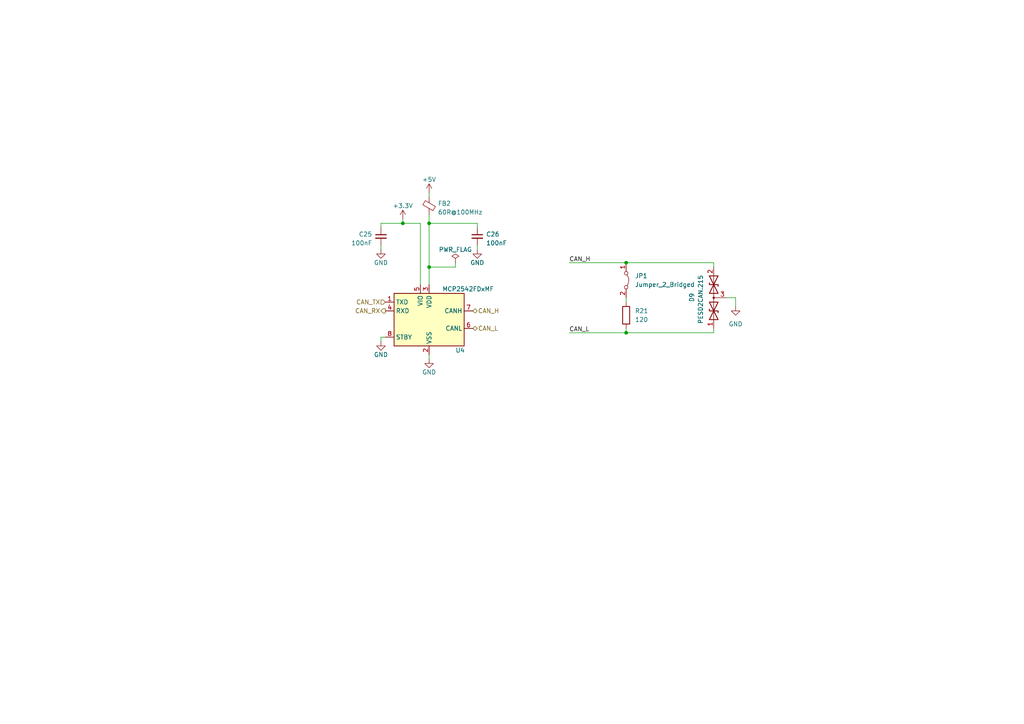
<source format=kicad_sch>
(kicad_sch (version 20231120) (generator "eeschema") (generator_version "8.0")
  (paper "A4")
  (lib_symbols
    (symbol "BMS_LV_2022-rescue:D_TVS_x2_AAC-Device" (pin_names (offset 1.016) hide)
      (property "Reference" "D" (at 0 4.445 0))
      (property "Value" "Device_D_TVS_x2_AAC" (at 0 2.54 0))
      (symbol "D_TVS_x2_AAC-Device_0_0"
        (polyline (pts (xy 0 -1.27) (xy 0 0)))
      )
      (symbol "D_TVS_x2_AAC-Device_0_1"
        (polyline (pts (xy -6.35 0) (xy 6.35 0)))
        (polyline (pts (xy -3.302 1.27) (xy -3.81 1.27) (xy -3.81 -1.27) (xy -4.318 -1.27)) (stroke (width 0.254)))
        (polyline (pts (xy 4.318 1.27) (xy 3.81 1.27) (xy 3.81 -1.27) (xy 3.302 -1.27)) (stroke (width 0.254)))
        (polyline (pts (xy -6.35 1.27) (xy -1.27 -1.27) (xy -1.27 1.27) (xy -6.35 -1.27) (xy -6.35 1.27)) (stroke (width 0.254)))
        (polyline (pts (xy 6.35 1.27) (xy 1.27 -1.27) (xy 1.27 1.27) (xy 6.35 -1.27) (xy 6.35 1.27)) (stroke (width 0.254)))
        (circle (center 0 0) (radius 0.254) (fill (type outline)))
      )
      (symbol "D_TVS_x2_AAC-Device_1_1"
        (pin passive line (at -8.89 0 0) (length 2.54) (name "A1") (number "1"))
        (pin passive line (at 8.89 0 180) (length 2.54) (name "A2") (number "2"))
        (pin input line (at 0 -3.81 90) (length 2.54) (name "common") (number "3"))
      )
    )
    (symbol "Device:C_Small" (pin_numbers hide) (pin_names (offset 0.254) hide)
      (property "Reference" "C" (at 0.254 1.778 0))
      (property "Value" "C_Small" (at 0.254 -2.032 0))
      (symbol "C_Small_0_1"
        (polyline (pts (xy -1.524 -0.508) (xy 1.524 -0.508)) (stroke (width 0.3302)))
        (polyline (pts (xy -1.524 0.508) (xy 1.524 0.508)) (stroke (width 0.3048)))
      )
      (symbol "C_Small_1_1"
        (pin passive line (at 0 2.54 270) (length 2.032) (name "~") (number "1"))
        (pin passive line (at 0 -2.54 90) (length 2.032) (name "~") (number "2"))
      )
    )
    (symbol "Device:FerriteBead_Small" (pin_numbers hide) (pin_names (offset 0))
      (property "Reference" "FB" (at 1.905 1.27 0))
      (property "Value" "FerriteBead_Small" (at 1.905 -1.27 0))
      (symbol "FerriteBead_Small_0_1"
        (polyline (pts (xy 0 -1.27) (xy 0 -0.7874)))
        (polyline (pts (xy 0 0.889) (xy 0 1.2954)))
        (polyline (pts (xy -1.8288 0.2794) (xy -1.1176 1.4986) (xy 1.8288 -0.2032) (xy 1.1176 -1.4224) (xy -1.8288 0.2794)))
      )
      (symbol "FerriteBead_Small_1_1"
        (pin passive line (at 0 2.54 270) (length 1.27) (name "~") (number "1"))
        (pin passive line (at 0 -2.54 90) (length 1.27) (name "~") (number "2"))
      )
    )
    (symbol "Device:R" (pin_numbers hide) (pin_names (offset 0))
      (property "Reference" "R" (at 2.032 0 90))
      (property "Value" "R" (at 0 0 90))
      (symbol "R_0_1"
        (rectangle (start -1.016 -2.54) (end 1.016 2.54) (stroke (width 0.254)))
      )
      (symbol "R_1_1"
        (pin passive line (at 0 3.81 270) (length 1.27) (name "~") (number "1"))
        (pin passive line (at 0 -3.81 90) (length 1.27) (name "~") (number "2"))
      )
    )
    (symbol "Interface_CAN_LIN:MCP2542FDxMF"
      (property "Reference" "U" (at -10.16 8.89 0))
      (property "Value" "MCP2542FDxMF" (at 2.54 8.89 0))
      (symbol "MCP2542FDxMF_0_1"
        (rectangle (start -10.16 7.62) (end 10.16 -7.62) (stroke (width 0.254)) (fill (type background)))
      )
      (symbol "MCP2542FDxMF_1_1"
        (pin input line (at -12.7 5.08 0) (length 2.54) (name "TXD") (number "1"))
        (pin power_in line (at 0 -10.16 90) (length 2.54) (name "VSS") (number "2"))
        (pin power_in line (at 0 10.16 270) (length 2.54) (name "VDD") (number "3"))
        (pin output line (at -12.7 2.54 0) (length 2.54) (name "RXD") (number "4"))
        (pin power_in line (at -2.54 10.16 270) (length 2.54) (name "VIO") (number "5"))
        (pin bidirectional line (at 12.7 -2.54 180) (length 2.54) (name "CANL") (number "6"))
        (pin bidirectional line (at 12.7 2.54 180) (length 2.54) (name "CANH") (number "7"))
        (pin input line (at -12.7 -5.08 0) (length 2.54) (name "STBY") (number "8"))
        (pin passive line (at 0 -10.16 90) (length 2.54) hide (name "VSS") (number "9"))
      )
    )
    (symbol "Jumper:Jumper_2_Bridged" (pin_names (offset 0) hide)
      (property "Reference" "JP" (at 0 1.905 0))
      (property "Value" "Jumper_2_Bridged" (at 0 -2.54 0))
      (symbol "Jumper_2_Bridged_0_0"
        (circle (center -2.032 0) (radius 0.508))
        (circle (center 2.032 0) (radius 0.508))
      )
      (symbol "Jumper_2_Bridged_0_1"
        (arc (start 1.524 0.254) (mid 0 0.762) (end -1.524 0.254))
      )
      (symbol "Jumper_2_Bridged_1_1"
        (pin passive line (at -5.08 0 0) (length 2.54) (name "A") (number "1"))
        (pin passive line (at 5.08 0 180) (length 2.54) (name "B") (number "2"))
      )
    )
    (symbol "power:+3.3V" (power) (pin_names (offset 0))
      (property "Value" "+3.3V" (at 0 3.556 0))
      (symbol "+3.3V_0_1"
        (polyline (pts (xy -0.762 1.27) (xy 0 2.54)))
        (polyline (pts (xy 0 0) (xy 0 2.54)))
        (polyline (pts (xy 0 2.54) (xy 0.762 1.27)))
      )
      (symbol "+3.3V_1_1"
        (pin power_in line (at 0 0 90) (length 0) hide (name "+3.3V") (number "1"))
      )
    )
    (symbol "power:+5V" (power) (pin_names (offset 0))
      (property "Value" "+5V" (at 0 3.556 0))
      (symbol "+5V_0_1"
        (polyline (pts (xy -0.762 1.27) (xy 0 2.54)))
        (polyline (pts (xy 0 0) (xy 0 2.54)))
        (polyline (pts (xy 0 2.54) (xy 0.762 1.27)))
      )
      (symbol "+5V_1_1"
        (pin power_in line (at 0 0 90) (length 0) hide (name "+5V") (number "1"))
      )
    )
    (symbol "power:GND" (power) (pin_names (offset 0))
      (property "Value" "GND" (at 0 -3.81 0))
      (symbol "GND_0_1"
        (polyline (pts (xy 0 0) (xy 0 -1.27) (xy 1.27 -1.27) (xy 0 -2.54) (xy -1.27 -1.27) (xy 0 -1.27)))
      )
      (symbol "GND_1_1"
        (pin power_in line (at 0 0 270) (length 0) hide (name "GND") (number "1"))
      )
    )
    (symbol "power:PWR_FLAG" (power) (pin_numbers hide) (pin_names (offset 0) hide)
      (property "Value" "PWR_FLAG" (at 0 3.81 0))
      (symbol "PWR_FLAG_0_0"
        (pin power_out line (at 0 0 90) (length 0) (name "pwr") (number "1"))
      )
      (symbol "PWR_FLAG_0_1"
        (polyline (pts (xy 0 0) (xy 0 1.27) (xy -1.016 1.905) (xy 0 2.54) (xy 1.016 1.905) (xy 0 1.27)))
      )
    )
  )
  (junction (at 124.46 77.47))
  (junction (at 124.46 64.77))
  (junction (at 181.61 76.2))
  (junction (at 116.84 64.77))
  (junction (at 181.61 96.52))
  (wire (pts (xy 121.92 64.77) (xy 121.92 82.55)))
  (wire (pts (xy 110.49 97.79) (xy 111.76 97.79)))
  (wire (pts (xy 181.61 86.36) (xy 181.61 87.63)))
  (wire (pts (xy 213.36 86.36) (xy 210.82 86.36)))
  (wire (pts (xy 165.1 76.2) (xy 181.61 76.2)))
  (wire (pts (xy 213.36 88.9) (xy 213.36 86.36)))
  (wire (pts (xy 116.84 63.5) (xy 116.84 64.77)))
  (wire (pts (xy 110.49 99.06) (xy 110.49 97.79)))
  (wire (pts (xy 124.46 62.23) (xy 124.46 64.77)))
  (wire (pts (xy 124.46 64.77) (xy 124.46 77.47)))
  (wire (pts (xy 110.49 64.77) (xy 116.84 64.77)))
  (wire (pts (xy 138.43 64.77) (xy 138.43 66.04)))
  (wire (pts (xy 165.1 96.52) (xy 181.61 96.52)))
  (wire (pts (xy 207.01 96.52) (xy 207.01 95.25)))
  (wire (pts (xy 181.61 96.52) (xy 207.01 96.52)))
  (wire (pts (xy 181.61 96.52) (xy 181.61 95.25)))
  (wire (pts (xy 124.46 55.88) (xy 124.46 57.15)))
  (wire (pts (xy 110.49 66.04) (xy 110.49 64.77)))
  (wire (pts (xy 124.46 77.47) (xy 132.08 77.47)))
  (wire (pts (xy 138.43 72.39) (xy 138.43 71.12)))
  (wire (pts (xy 124.46 102.87) (xy 124.46 104.14)))
  (wire (pts (xy 124.46 64.77) (xy 138.43 64.77)))
  (wire (pts (xy 181.61 76.2) (xy 207.01 76.2)))
  (wire (pts (xy 110.49 71.12) (xy 110.49 72.39)))
  (wire (pts (xy 132.08 77.47) (xy 132.08 76.2)))
  (wire (pts (xy 124.46 77.47) (xy 124.46 82.55)))
  (wire (pts (xy 207.01 77.47) (xy 207.01 76.2)))
  (wire (pts (xy 121.92 64.77) (xy 116.84 64.77)))
  (label "CAN_H" (at 165.1 76.2 0))
  (label "CAN_L" (at 165.1 96.52 0))
  (hierarchical_label "CAN_RX" (shape output) (at 111.76 90.17 180))
  (hierarchical_label "CAN_TX" (shape input) (at 111.76 87.63 180))
  (hierarchical_label "CAN_H" (shape bidirectional) (at 137.16 90.17 0))
  (hierarchical_label "CAN_L" (shape bidirectional) (at 137.16 95.25 0))
  (symbol (lib_id "power:GND") (at 138.43 72.39 0) (unit 1)
    (property "Reference" "#PWR035" (effects (hide yes)))
    (property "Value" "GND" (at 138.43 76.2 0))
  )
  (symbol (lib_id "Device:FerriteBead_Small") (at 124.46 59.69 0) (unit 1)
    (property "Reference" "FB2" (at 127 59.0169 0) (effects (justify left)))
    (property "Value" "60R@100MHz" (at 127 61.5569 0) (effects (justify left)))
    (property "Footprint" "Inductor_SMD:L_0603_1608Metric" (effects (hide yes)))
  )
  (symbol (lib_id "Device:R") (at 181.61 91.44 0) (unit 1)
    (property "Reference" "R21" (at 184.15 90.17 0) (effects (justify left)))
    (property "Value" "120" (at 184.15 92.71 0) (effects (justify left)))
    (property "Footprint" "Resistor_SMD:R_0603_1608Metric" (effects (hide yes)))
    (property "m" "RK73H1JTTD1200F" (effects (hide yes)))
  )
  (symbol (lib_id "Jumper:Jumper_2_Bridged") (at 181.61 81.28 270) (unit 1)
    (property "Reference" "JP1" (at 184.15 80.01 90) (effects (justify left)))
    (property "Value" "Jumper_2_Bridged" (at 184.15 82.55 90) (effects (justify left)))
    (property "Footprint" "Connector_PinHeader_2.54mm:PinHeader_1x02_P2.54mm_Vertical" (effects (hide yes)))
  )
  (symbol (lib_id "power:GND") (at 213.36 88.9 0) (unit 1)
    (property "Reference" "#PWR036" (effects (hide yes)))
    (property "Value" "GND" (at 213.36 93.98 0))
  )
  (symbol (lib_id "power:+3.3V") (at 116.84 63.5 0) (unit 1)
    (property "Reference" "#PWR032" (effects (hide yes)))
    (property "Value" "+3.3V" (at 116.84 59.69 0))
  )
  (symbol (lib_id "power:+5V") (at 124.46 55.88 0) (unit 1)
    (property "Reference" "#PWR033" (effects (hide yes)))
    (property "Value" "+5V" (at 124.46 52.07 0))
  )
  (symbol (lib_id "power:GND") (at 110.49 72.39 0) (unit 1)
    (property "Reference" "#PWR031" (effects (hide yes)))
    (property "Value" "GND" (at 110.49 76.2 0))
  )
  (symbol (lib_id "power:PWR_FLAG") (at 132.08 76.2 0) (unit 1)
    (property "Reference" "#FLG06" (effects (hide yes)))
    (property "Value" "PWR_FLAG" (at 132.08 72.39 0))
  )
  (symbol (lib_id "power:GND") (at 110.49 99.06 0) (unit 1)
    (property "Reference" "#PWR030" (effects (hide yes)))
    (property "Value" "GND" (at 110.49 102.87 0))
  )
  (symbol (lib_id "BMS_LV_2022-rescue:D_TVS_x2_AAC-Device") (at 207.01 86.36 90) (unit 1)
    (property "Reference" "D9" (at 200.66 87.63 0) (effects (justify left)))
    (property "Value" "PESD2CAN.215" (at 203.2 93.98 0) (effects (justify left)))
    (property "Footprint" "Package_TO_SOT_SMD:SOT-23" (effects (hide yes)))
  )
  (symbol (lib_id "Interface_CAN_LIN:MCP2542FDxMF") (at 124.46 92.71 0) (unit 1)
    (property "Reference" "U4" (at 132.08 101.6 0) (effects (justify left)))
    (property "Value" "MCP2542FDxMF" (at 128.27 83.82 0) (effects (justify left)))
    (property "Footprint" "Package_DFN_QFN:DFN-8-1EP_3x3mm_P0.65mm_EP1.55x2.4mm" (effects (hide yes)))
    (property "Datasheet" "http://ww1.microchip.com/downloads/en/DeviceDoc/MCP2542FD-4FD-MCP2542WFD-4WFD-Data-Sheet20005514B.pdf" (effects (hide yes)))
  )
  (symbol (lib_id "Device:C_Small") (at 110.49 68.58 0) (mirror y) (unit 1)
    (property "Reference" "C25" (at 107.95 67.9513 0) (effects (justify left)))
    (property "Value" "100nF" (at 107.95 70.4913 0) (effects (justify left)))
    (property "Footprint" "Capacitor_SMD:C_0402_1005Metric_Pad0.74x0.62mm_HandSolder" (effects (hide yes)))
  )
  (symbol (lib_id "Device:C_Small") (at 138.43 68.58 0) (unit 1)
    (property "Reference" "C26" (at 140.97 67.9513 0) (effects (justify left)))
    (property "Value" "100nF" (at 140.97 70.4913 0) (effects (justify left)))
    (property "Footprint" "Capacitor_SMD:C_0402_1005Metric_Pad0.74x0.62mm_HandSolder" (effects (hide yes)))
  )
  (symbol (lib_id "power:GND") (at 124.46 104.14 0) (unit 1)
    (property "Reference" "#PWR034" (effects (hide yes)))
    (property "Value" "GND" (at 124.46 107.95 0))
  )
)
</source>
